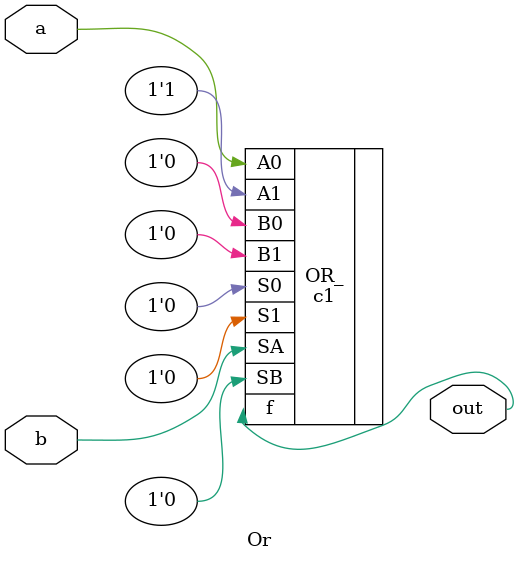
<source format=v>
module Or 
(
	input a,
	input b,
	output out
);
	c1 
	OR_
	(
		.A0(a), 
		.A1(1'b1), 
		.SA(b), 
		.B0(1'b0), 
		.B1(1'b0), 
		.SB(1'b0), 
		.S0(1'b0), 
		.S1(1'b0), 
		.f(out)
	);
	
endmodule
</source>
